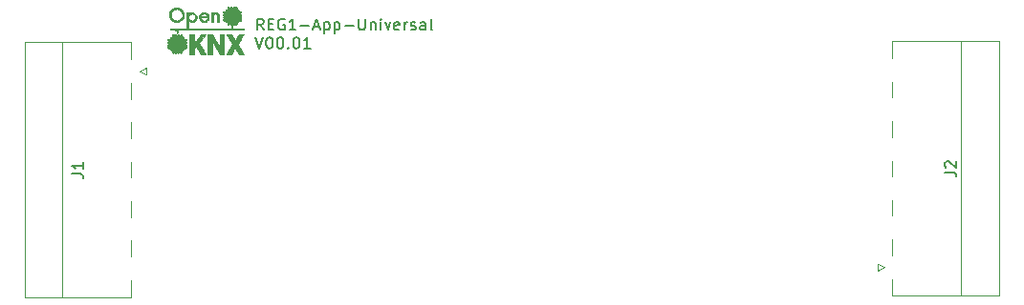
<source format=gbr>
G04 #@! TF.GenerationSoftware,KiCad,Pcbnew,(5.1.4)-1*
G04 #@! TF.CreationDate,2022-10-21T15:02:13+02:00*
G04 #@! TF.ProjectId,REG1-App-Universal,52454731-2d41-4707-902d-556e69766572,V00.01*
G04 #@! TF.SameCoordinates,Original*
G04 #@! TF.FileFunction,Legend,Top*
G04 #@! TF.FilePolarity,Positive*
%FSLAX46Y46*%
G04 Gerber Fmt 4.6, Leading zero omitted, Abs format (unit mm)*
G04 Created by KiCad (PCBNEW (5.1.4)-1) date 2022-10-21 15:02:13*
%MOMM*%
%LPD*%
G04 APERTURE LIST*
%ADD10C,0.150000*%
%ADD11C,0.010000*%
%ADD12C,0.120000*%
G04 APERTURE END LIST*
D10*
X89507023Y-94927380D02*
X89173690Y-94451190D01*
X88935595Y-94927380D02*
X88935595Y-93927380D01*
X89316547Y-93927380D01*
X89411785Y-93975000D01*
X89459404Y-94022619D01*
X89507023Y-94117857D01*
X89507023Y-94260714D01*
X89459404Y-94355952D01*
X89411785Y-94403571D01*
X89316547Y-94451190D01*
X88935595Y-94451190D01*
X89935595Y-94403571D02*
X90268928Y-94403571D01*
X90411785Y-94927380D02*
X89935595Y-94927380D01*
X89935595Y-93927380D01*
X90411785Y-93927380D01*
X91364166Y-93975000D02*
X91268928Y-93927380D01*
X91126071Y-93927380D01*
X90983214Y-93975000D01*
X90887976Y-94070238D01*
X90840357Y-94165476D01*
X90792738Y-94355952D01*
X90792738Y-94498809D01*
X90840357Y-94689285D01*
X90887976Y-94784523D01*
X90983214Y-94879761D01*
X91126071Y-94927380D01*
X91221309Y-94927380D01*
X91364166Y-94879761D01*
X91411785Y-94832142D01*
X91411785Y-94498809D01*
X91221309Y-94498809D01*
X92364166Y-94927380D02*
X91792738Y-94927380D01*
X92078452Y-94927380D02*
X92078452Y-93927380D01*
X91983214Y-94070238D01*
X91887976Y-94165476D01*
X91792738Y-94213095D01*
X92792738Y-94546428D02*
X93554642Y-94546428D01*
X93983214Y-94641666D02*
X94459404Y-94641666D01*
X93887976Y-94927380D02*
X94221309Y-93927380D01*
X94554642Y-94927380D01*
X94887976Y-94260714D02*
X94887976Y-95260714D01*
X94887976Y-94308333D02*
X94983214Y-94260714D01*
X95173690Y-94260714D01*
X95268928Y-94308333D01*
X95316547Y-94355952D01*
X95364166Y-94451190D01*
X95364166Y-94736904D01*
X95316547Y-94832142D01*
X95268928Y-94879761D01*
X95173690Y-94927380D01*
X94983214Y-94927380D01*
X94887976Y-94879761D01*
X95792738Y-94260714D02*
X95792738Y-95260714D01*
X95792738Y-94308333D02*
X95887976Y-94260714D01*
X96078452Y-94260714D01*
X96173690Y-94308333D01*
X96221309Y-94355952D01*
X96268928Y-94451190D01*
X96268928Y-94736904D01*
X96221309Y-94832142D01*
X96173690Y-94879761D01*
X96078452Y-94927380D01*
X95887976Y-94927380D01*
X95792738Y-94879761D01*
X96697500Y-94546428D02*
X97459404Y-94546428D01*
X97935595Y-93927380D02*
X97935595Y-94736904D01*
X97983214Y-94832142D01*
X98030833Y-94879761D01*
X98126071Y-94927380D01*
X98316547Y-94927380D01*
X98411785Y-94879761D01*
X98459404Y-94832142D01*
X98507023Y-94736904D01*
X98507023Y-93927380D01*
X98983214Y-94260714D02*
X98983214Y-94927380D01*
X98983214Y-94355952D02*
X99030833Y-94308333D01*
X99126071Y-94260714D01*
X99268928Y-94260714D01*
X99364166Y-94308333D01*
X99411785Y-94403571D01*
X99411785Y-94927380D01*
X99887976Y-94927380D02*
X99887976Y-94260714D01*
X99887976Y-93927380D02*
X99840357Y-93975000D01*
X99887976Y-94022619D01*
X99935595Y-93975000D01*
X99887976Y-93927380D01*
X99887976Y-94022619D01*
X100268928Y-94260714D02*
X100507023Y-94927380D01*
X100745119Y-94260714D01*
X101507023Y-94879761D02*
X101411785Y-94927380D01*
X101221309Y-94927380D01*
X101126071Y-94879761D01*
X101078452Y-94784523D01*
X101078452Y-94403571D01*
X101126071Y-94308333D01*
X101221309Y-94260714D01*
X101411785Y-94260714D01*
X101507023Y-94308333D01*
X101554642Y-94403571D01*
X101554642Y-94498809D01*
X101078452Y-94594047D01*
X101983214Y-94927380D02*
X101983214Y-94260714D01*
X101983214Y-94451190D02*
X102030833Y-94355952D01*
X102078452Y-94308333D01*
X102173690Y-94260714D01*
X102268928Y-94260714D01*
X102554642Y-94879761D02*
X102649880Y-94927380D01*
X102840357Y-94927380D01*
X102935595Y-94879761D01*
X102983214Y-94784523D01*
X102983214Y-94736904D01*
X102935595Y-94641666D01*
X102840357Y-94594047D01*
X102697500Y-94594047D01*
X102602261Y-94546428D01*
X102554642Y-94451190D01*
X102554642Y-94403571D01*
X102602261Y-94308333D01*
X102697500Y-94260714D01*
X102840357Y-94260714D01*
X102935595Y-94308333D01*
X103840357Y-94927380D02*
X103840357Y-94403571D01*
X103792738Y-94308333D01*
X103697500Y-94260714D01*
X103507023Y-94260714D01*
X103411785Y-94308333D01*
X103840357Y-94879761D02*
X103745119Y-94927380D01*
X103507023Y-94927380D01*
X103411785Y-94879761D01*
X103364166Y-94784523D01*
X103364166Y-94689285D01*
X103411785Y-94594047D01*
X103507023Y-94546428D01*
X103745119Y-94546428D01*
X103840357Y-94498809D01*
X104459404Y-94927380D02*
X104364166Y-94879761D01*
X104316547Y-94784523D01*
X104316547Y-93927380D01*
X88792738Y-95577380D02*
X89126071Y-96577380D01*
X89459404Y-95577380D01*
X89983214Y-95577380D02*
X90078452Y-95577380D01*
X90173690Y-95625000D01*
X90221309Y-95672619D01*
X90268928Y-95767857D01*
X90316547Y-95958333D01*
X90316547Y-96196428D01*
X90268928Y-96386904D01*
X90221309Y-96482142D01*
X90173690Y-96529761D01*
X90078452Y-96577380D01*
X89983214Y-96577380D01*
X89887976Y-96529761D01*
X89840357Y-96482142D01*
X89792738Y-96386904D01*
X89745119Y-96196428D01*
X89745119Y-95958333D01*
X89792738Y-95767857D01*
X89840357Y-95672619D01*
X89887976Y-95625000D01*
X89983214Y-95577380D01*
X90935595Y-95577380D02*
X91030833Y-95577380D01*
X91126071Y-95625000D01*
X91173690Y-95672619D01*
X91221309Y-95767857D01*
X91268928Y-95958333D01*
X91268928Y-96196428D01*
X91221309Y-96386904D01*
X91173690Y-96482142D01*
X91126071Y-96529761D01*
X91030833Y-96577380D01*
X90935595Y-96577380D01*
X90840357Y-96529761D01*
X90792738Y-96482142D01*
X90745119Y-96386904D01*
X90697500Y-96196428D01*
X90697500Y-95958333D01*
X90745119Y-95767857D01*
X90792738Y-95672619D01*
X90840357Y-95625000D01*
X90935595Y-95577380D01*
X91697500Y-96482142D02*
X91745119Y-96529761D01*
X91697500Y-96577380D01*
X91649880Y-96529761D01*
X91697500Y-96482142D01*
X91697500Y-96577380D01*
X92364166Y-95577380D02*
X92459404Y-95577380D01*
X92554642Y-95625000D01*
X92602261Y-95672619D01*
X92649880Y-95767857D01*
X92697500Y-95958333D01*
X92697500Y-96196428D01*
X92649880Y-96386904D01*
X92602261Y-96482142D01*
X92554642Y-96529761D01*
X92459404Y-96577380D01*
X92364166Y-96577380D01*
X92268928Y-96529761D01*
X92221309Y-96482142D01*
X92173690Y-96386904D01*
X92126071Y-96196428D01*
X92126071Y-95958333D01*
X92173690Y-95767857D01*
X92221309Y-95672619D01*
X92268928Y-95625000D01*
X92364166Y-95577380D01*
X93649880Y-96577380D02*
X93078452Y-96577380D01*
X93364166Y-96577380D02*
X93364166Y-95577380D01*
X93268928Y-95720238D01*
X93173690Y-95815476D01*
X93078452Y-95863095D01*
D11*
G36*
X85267732Y-93366770D02*
G01*
X85362945Y-93388676D01*
X85441100Y-93437311D01*
X85502493Y-93512880D01*
X85517236Y-93539925D01*
X85531809Y-93570347D01*
X85542513Y-93598208D01*
X85549945Y-93628979D01*
X85554700Y-93668130D01*
X85557375Y-93721131D01*
X85558565Y-93793453D01*
X85558868Y-93890567D01*
X85558875Y-93921991D01*
X85558875Y-94220500D01*
X85431875Y-94220500D01*
X85431786Y-93954593D01*
X85430793Y-93835083D01*
X85427366Y-93742652D01*
X85420703Y-93672673D01*
X85409998Y-93620517D01*
X85394447Y-93581556D01*
X85373248Y-93551162D01*
X85359182Y-93536696D01*
X85309802Y-93508684D01*
X85246176Y-93496458D01*
X85180781Y-93500363D01*
X85126098Y-93520741D01*
X85113850Y-93529937D01*
X85087147Y-93557432D01*
X85067126Y-93589001D01*
X85052865Y-93629452D01*
X85043447Y-93683594D01*
X85037950Y-93756236D01*
X85035454Y-93852188D01*
X85035000Y-93942177D01*
X85035000Y-94220500D01*
X84908000Y-94220500D01*
X84908000Y-93379125D01*
X84971500Y-93379125D01*
X85014871Y-93382716D01*
X85033252Y-93395102D01*
X85035000Y-93404260D01*
X85040875Y-93422884D01*
X85046906Y-93423267D01*
X85121305Y-93388566D01*
X85181700Y-93370210D01*
X85239354Y-93365319D01*
X85267732Y-93366770D01*
X85267732Y-93366770D01*
G37*
X85267732Y-93366770D02*
X85362945Y-93388676D01*
X85441100Y-93437311D01*
X85502493Y-93512880D01*
X85517236Y-93539925D01*
X85531809Y-93570347D01*
X85542513Y-93598208D01*
X85549945Y-93628979D01*
X85554700Y-93668130D01*
X85557375Y-93721131D01*
X85558565Y-93793453D01*
X85558868Y-93890567D01*
X85558875Y-93921991D01*
X85558875Y-94220500D01*
X85431875Y-94220500D01*
X85431786Y-93954593D01*
X85430793Y-93835083D01*
X85427366Y-93742652D01*
X85420703Y-93672673D01*
X85409998Y-93620517D01*
X85394447Y-93581556D01*
X85373248Y-93551162D01*
X85359182Y-93536696D01*
X85309802Y-93508684D01*
X85246176Y-93496458D01*
X85180781Y-93500363D01*
X85126098Y-93520741D01*
X85113850Y-93529937D01*
X85087147Y-93557432D01*
X85067126Y-93589001D01*
X85052865Y-93629452D01*
X85043447Y-93683594D01*
X85037950Y-93756236D01*
X85035454Y-93852188D01*
X85035000Y-93942177D01*
X85035000Y-94220500D01*
X84908000Y-94220500D01*
X84908000Y-93379125D01*
X84971500Y-93379125D01*
X85014871Y-93382716D01*
X85033252Y-93395102D01*
X85035000Y-93404260D01*
X85040875Y-93422884D01*
X85046906Y-93423267D01*
X85121305Y-93388566D01*
X85181700Y-93370210D01*
X85239354Y-93365319D01*
X85267732Y-93366770D01*
G36*
X84345469Y-93379191D02*
G01*
X84440416Y-93418298D01*
X84523894Y-93476748D01*
X84591215Y-93551938D01*
X84637692Y-93641259D01*
X84658635Y-93742106D01*
X84658995Y-93748860D01*
X84661937Y-93815687D01*
X84290918Y-93819953D01*
X83919900Y-93824219D01*
X83930146Y-93875451D01*
X83953463Y-93933560D01*
X83996337Y-93994414D01*
X84049913Y-94046590D01*
X84077624Y-94065667D01*
X84124022Y-94085473D01*
X84181330Y-94100666D01*
X84197301Y-94103314D01*
X84274039Y-94100889D01*
X84353013Y-94077029D01*
X84423650Y-94036505D01*
X84475379Y-93984088D01*
X84480966Y-93975304D01*
X84505822Y-93939280D01*
X84532444Y-93923031D01*
X84574687Y-93918917D01*
X84583304Y-93918875D01*
X84652348Y-93918875D01*
X84634363Y-93970468D01*
X84603897Y-94025491D01*
X84553072Y-94085349D01*
X84490543Y-94141989D01*
X84424967Y-94187357D01*
X84377193Y-94209763D01*
X84274544Y-94232030D01*
X84171650Y-94231592D01*
X84096506Y-94214458D01*
X83984953Y-94160412D01*
X83898693Y-94087483D01*
X83838364Y-93996559D01*
X83804601Y-93888529D01*
X83797098Y-93796353D01*
X83809275Y-93696625D01*
X83938809Y-93696625D01*
X84224967Y-93696625D01*
X84316317Y-93695914D01*
X84395606Y-93693938D01*
X84457829Y-93690936D01*
X84497980Y-93687142D01*
X84511125Y-93683097D01*
X84499069Y-93650271D01*
X84467995Y-93608625D01*
X84425544Y-93566584D01*
X84379355Y-93532576D01*
X84369721Y-93527151D01*
X84281578Y-93497238D01*
X84190897Y-93495472D01*
X84104256Y-93519826D01*
X84028237Y-93568271D01*
X83969416Y-93638780D01*
X83961521Y-93652968D01*
X83938809Y-93696625D01*
X83809275Y-93696625D01*
X83811682Y-93676913D01*
X83853922Y-93572472D01*
X83922779Y-93484718D01*
X84017214Y-93415338D01*
X84038699Y-93404005D01*
X84139923Y-93369439D01*
X84243742Y-93362036D01*
X84345469Y-93379191D01*
X84345469Y-93379191D01*
G37*
X84345469Y-93379191D02*
X84440416Y-93418298D01*
X84523894Y-93476748D01*
X84591215Y-93551938D01*
X84637692Y-93641259D01*
X84658635Y-93742106D01*
X84658995Y-93748860D01*
X84661937Y-93815687D01*
X84290918Y-93819953D01*
X83919900Y-93824219D01*
X83930146Y-93875451D01*
X83953463Y-93933560D01*
X83996337Y-93994414D01*
X84049913Y-94046590D01*
X84077624Y-94065667D01*
X84124022Y-94085473D01*
X84181330Y-94100666D01*
X84197301Y-94103314D01*
X84274039Y-94100889D01*
X84353013Y-94077029D01*
X84423650Y-94036505D01*
X84475379Y-93984088D01*
X84480966Y-93975304D01*
X84505822Y-93939280D01*
X84532444Y-93923031D01*
X84574687Y-93918917D01*
X84583304Y-93918875D01*
X84652348Y-93918875D01*
X84634363Y-93970468D01*
X84603897Y-94025491D01*
X84553072Y-94085349D01*
X84490543Y-94141989D01*
X84424967Y-94187357D01*
X84377193Y-94209763D01*
X84274544Y-94232030D01*
X84171650Y-94231592D01*
X84096506Y-94214458D01*
X83984953Y-94160412D01*
X83898693Y-94087483D01*
X83838364Y-93996559D01*
X83804601Y-93888529D01*
X83797098Y-93796353D01*
X83809275Y-93696625D01*
X83938809Y-93696625D01*
X84224967Y-93696625D01*
X84316317Y-93695914D01*
X84395606Y-93693938D01*
X84457829Y-93690936D01*
X84497980Y-93687142D01*
X84511125Y-93683097D01*
X84499069Y-93650271D01*
X84467995Y-93608625D01*
X84425544Y-93566584D01*
X84379355Y-93532576D01*
X84369721Y-93527151D01*
X84281578Y-93497238D01*
X84190897Y-93495472D01*
X84104256Y-93519826D01*
X84028237Y-93568271D01*
X83969416Y-93638780D01*
X83961521Y-93652968D01*
X83938809Y-93696625D01*
X83809275Y-93696625D01*
X83811682Y-93676913D01*
X83853922Y-93572472D01*
X83922779Y-93484718D01*
X84017214Y-93415338D01*
X84038699Y-93404005D01*
X84139923Y-93369439D01*
X84243742Y-93362036D01*
X84345469Y-93379191D01*
G36*
X81889104Y-92942612D02*
G01*
X82006698Y-92968292D01*
X82118405Y-93016615D01*
X82220699Y-93088130D01*
X82310052Y-93183387D01*
X82379551Y-93295994D01*
X82406391Y-93351861D01*
X82423717Y-93395486D01*
X82433606Y-93436920D01*
X82438137Y-93486211D01*
X82439389Y-93553407D01*
X82439437Y-93585499D01*
X82438883Y-93662067D01*
X82435834Y-93716937D01*
X82428212Y-93760156D01*
X82413938Y-93801773D01*
X82390933Y-93851838D01*
X82379551Y-93875005D01*
X82303770Y-93994384D01*
X82207212Y-94092000D01*
X82093835Y-94165994D01*
X81967596Y-94214508D01*
X81832456Y-94235682D01*
X81692370Y-94227658D01*
X81647556Y-94218717D01*
X81523586Y-94174146D01*
X81412490Y-94104165D01*
X81317232Y-94013223D01*
X81240777Y-93905772D01*
X81186089Y-93786262D01*
X81156133Y-93659141D01*
X81154205Y-93547959D01*
X81288916Y-93547959D01*
X81293866Y-93664732D01*
X81320779Y-93765833D01*
X81375777Y-93870768D01*
X81454007Y-93960863D01*
X81549687Y-94031449D01*
X81657035Y-94077857D01*
X81724903Y-94092187D01*
X81811203Y-94095607D01*
X81902152Y-94086789D01*
X81984180Y-94067582D01*
X82024461Y-94051342D01*
X82126510Y-93983421D01*
X82209078Y-93895740D01*
X82269798Y-93793450D01*
X82306299Y-93681699D01*
X82316213Y-93565638D01*
X82298634Y-93455342D01*
X82252475Y-93344776D01*
X82184341Y-93246813D01*
X82099394Y-93166845D01*
X82002797Y-93110265D01*
X81951086Y-93092253D01*
X81827458Y-93073448D01*
X81709638Y-93082559D01*
X81600559Y-93116451D01*
X81503153Y-93171992D01*
X81420353Y-93246048D01*
X81355092Y-93335483D01*
X81310302Y-93437165D01*
X81288916Y-93547959D01*
X81154205Y-93547959D01*
X81153873Y-93528862D01*
X81159650Y-93486281D01*
X81197372Y-93350627D01*
X81257422Y-93233214D01*
X81336273Y-93134592D01*
X81430398Y-93055313D01*
X81536271Y-92995925D01*
X81650364Y-92956978D01*
X81769151Y-92939024D01*
X81889104Y-92942612D01*
X81889104Y-92942612D01*
G37*
X81889104Y-92942612D02*
X82006698Y-92968292D01*
X82118405Y-93016615D01*
X82220699Y-93088130D01*
X82310052Y-93183387D01*
X82379551Y-93295994D01*
X82406391Y-93351861D01*
X82423717Y-93395486D01*
X82433606Y-93436920D01*
X82438137Y-93486211D01*
X82439389Y-93553407D01*
X82439437Y-93585499D01*
X82438883Y-93662067D01*
X82435834Y-93716937D01*
X82428212Y-93760156D01*
X82413938Y-93801773D01*
X82390933Y-93851838D01*
X82379551Y-93875005D01*
X82303770Y-93994384D01*
X82207212Y-94092000D01*
X82093835Y-94165994D01*
X81967596Y-94214508D01*
X81832456Y-94235682D01*
X81692370Y-94227658D01*
X81647556Y-94218717D01*
X81523586Y-94174146D01*
X81412490Y-94104165D01*
X81317232Y-94013223D01*
X81240777Y-93905772D01*
X81186089Y-93786262D01*
X81156133Y-93659141D01*
X81154205Y-93547959D01*
X81288916Y-93547959D01*
X81293866Y-93664732D01*
X81320779Y-93765833D01*
X81375777Y-93870768D01*
X81454007Y-93960863D01*
X81549687Y-94031449D01*
X81657035Y-94077857D01*
X81724903Y-94092187D01*
X81811203Y-94095607D01*
X81902152Y-94086789D01*
X81984180Y-94067582D01*
X82024461Y-94051342D01*
X82126510Y-93983421D01*
X82209078Y-93895740D01*
X82269798Y-93793450D01*
X82306299Y-93681699D01*
X82316213Y-93565638D01*
X82298634Y-93455342D01*
X82252475Y-93344776D01*
X82184341Y-93246813D01*
X82099394Y-93166845D01*
X82002797Y-93110265D01*
X81951086Y-93092253D01*
X81827458Y-93073448D01*
X81709638Y-93082559D01*
X81600559Y-93116451D01*
X81503153Y-93171992D01*
X81420353Y-93246048D01*
X81355092Y-93335483D01*
X81310302Y-93437165D01*
X81288916Y-93547959D01*
X81154205Y-93547959D01*
X81153873Y-93528862D01*
X81159650Y-93486281D01*
X81197372Y-93350627D01*
X81257422Y-93233214D01*
X81336273Y-93134592D01*
X81430398Y-93055313D01*
X81536271Y-92995925D01*
X81650364Y-92956978D01*
X81769151Y-92939024D01*
X81889104Y-92942612D01*
G36*
X86874876Y-92880025D02*
G01*
X86897624Y-92909429D01*
X86907424Y-92963388D01*
X86908250Y-92993362D01*
X86909373Y-93042223D01*
X86915228Y-93067255D01*
X86929545Y-93076363D01*
X86947937Y-93077500D01*
X86972297Y-93074595D01*
X86983924Y-93060246D01*
X86987447Y-93025999D01*
X86987625Y-93005018D01*
X86994428Y-92933559D01*
X87014367Y-92888466D01*
X87046732Y-92871255D01*
X87050385Y-92871125D01*
X87092797Y-92875359D01*
X87117168Y-92892370D01*
X87128169Y-92928618D01*
X87130500Y-92981964D01*
X87131330Y-93033599D01*
X87136653Y-93061982D01*
X87150712Y-93075609D01*
X87177754Y-93082978D01*
X87181330Y-93083697D01*
X87247071Y-93111810D01*
X87293947Y-93163026D01*
X87315391Y-93223424D01*
X87325057Y-93283875D01*
X87407166Y-93283875D01*
X87471723Y-93289275D01*
X87510100Y-93307041D01*
X87526245Y-93339518D01*
X87527375Y-93355312D01*
X87518474Y-93393376D01*
X87489070Y-93416124D01*
X87435111Y-93425924D01*
X87405137Y-93426750D01*
X87356276Y-93427873D01*
X87331244Y-93433728D01*
X87322136Y-93448045D01*
X87321000Y-93466437D01*
X87323904Y-93490797D01*
X87338253Y-93502424D01*
X87372500Y-93505947D01*
X87393481Y-93506125D01*
X87465790Y-93513000D01*
X87510112Y-93533860D01*
X87527131Y-93569058D01*
X87527375Y-93574946D01*
X87519017Y-93614158D01*
X87491042Y-93637607D01*
X87439095Y-93647931D01*
X87405137Y-93649000D01*
X87356276Y-93650123D01*
X87331244Y-93655978D01*
X87322136Y-93670295D01*
X87321000Y-93688687D01*
X87323381Y-93711735D01*
X87335795Y-93723542D01*
X87366147Y-93727839D01*
X87405137Y-93728375D01*
X87470268Y-93733576D01*
X87509193Y-93750760D01*
X87525962Y-93782294D01*
X87527375Y-93799812D01*
X87518474Y-93837876D01*
X87489070Y-93860624D01*
X87435111Y-93870424D01*
X87405137Y-93871250D01*
X87356213Y-93872446D01*
X87331145Y-93878387D01*
X87322062Y-93892602D01*
X87321000Y-93908971D01*
X87324003Y-93930773D01*
X87338090Y-93943248D01*
X87370874Y-93950262D01*
X87409773Y-93954055D01*
X87471929Y-93963538D01*
X87508341Y-93982028D01*
X87524648Y-94013718D01*
X87527131Y-94041347D01*
X87513516Y-94078343D01*
X87471918Y-94100964D01*
X87402125Y-94109319D01*
X87394550Y-94109375D01*
X87348520Y-94111929D01*
X87324344Y-94122394D01*
X87312343Y-94144974D01*
X87312307Y-94145093D01*
X87279569Y-94203612D01*
X87226631Y-94246314D01*
X87183523Y-94261711D01*
X87153579Y-94268698D01*
X87137772Y-94280899D01*
X87131584Y-94306855D01*
X87130501Y-94355105D01*
X87130500Y-94361966D01*
X87125492Y-94429947D01*
X87109277Y-94471114D01*
X87080066Y-94488971D01*
X87064958Y-94490375D01*
X87023548Y-94476586D01*
X86997825Y-94435211D01*
X86987780Y-94366238D01*
X86987625Y-94354303D01*
X86986562Y-94304704D01*
X86980976Y-94279024D01*
X86967265Y-94269446D01*
X86947937Y-94268125D01*
X86925657Y-94270235D01*
X86913794Y-94281619D01*
X86909080Y-94309853D01*
X86908250Y-94360200D01*
X86903395Y-94428647D01*
X86887622Y-94470279D01*
X86859118Y-94488696D01*
X86842708Y-94490375D01*
X86801298Y-94476586D01*
X86775575Y-94435211D01*
X86765530Y-94366238D01*
X86765375Y-94354303D01*
X86764312Y-94304704D01*
X86758726Y-94279024D01*
X86745015Y-94269446D01*
X86725687Y-94268125D01*
X86703721Y-94270132D01*
X86691845Y-94281115D01*
X86686968Y-94308516D01*
X86686001Y-94359779D01*
X86686000Y-94363715D01*
X86684735Y-94417807D01*
X86678778Y-94449235D01*
X86664889Y-94467049D01*
X86645079Y-94477950D01*
X86602403Y-94489351D01*
X86573037Y-94476557D01*
X86555057Y-94437378D01*
X86546536Y-94369626D01*
X86546336Y-94365693D01*
X86542815Y-94312041D01*
X86536682Y-94282791D01*
X86524649Y-94270600D01*
X86503432Y-94268125D01*
X86502679Y-94268125D01*
X86480133Y-94270584D01*
X86468539Y-94283204D01*
X86464288Y-94313847D01*
X86463750Y-94352977D01*
X86459648Y-94413341D01*
X86445906Y-94451098D01*
X86434718Y-94464102D01*
X86392689Y-94487953D01*
X86354583Y-94480374D01*
X86329712Y-94455092D01*
X86314255Y-94417027D01*
X86305664Y-94364484D01*
X86305000Y-94346480D01*
X86303428Y-94301244D01*
X86293885Y-94276974D01*
X86269124Y-94262896D01*
X86243252Y-94254650D01*
X86189209Y-94227416D01*
X86148974Y-94186433D01*
X86130714Y-94140448D01*
X86130375Y-94133746D01*
X86122407Y-94118520D01*
X86094367Y-94111049D01*
X86051000Y-94109375D01*
X85989154Y-94101277D01*
X85940483Y-94079687D01*
X85912280Y-94048656D01*
X85908125Y-94030000D01*
X85922712Y-93995530D01*
X85961722Y-93968529D01*
X86018022Y-93952928D01*
X86052104Y-93950625D01*
X86099407Y-93949409D01*
X86122454Y-93943405D01*
X86128716Y-93929073D01*
X86127510Y-93914906D01*
X86120993Y-93894353D01*
X86103581Y-93882763D01*
X86067344Y-93876800D01*
X86031292Y-93874430D01*
X85975140Y-93869035D01*
X85942179Y-93858300D01*
X85923948Y-93839349D01*
X85923008Y-93837647D01*
X85914825Y-93804763D01*
X85930220Y-93768466D01*
X85931175Y-93766997D01*
X85950695Y-93744193D01*
X85977387Y-93732565D01*
X86021558Y-93728602D01*
X86044532Y-93728375D01*
X86094630Y-93727368D01*
X86120215Y-93722278D01*
X86128507Y-93709993D01*
X86127510Y-93692656D01*
X86120993Y-93672103D01*
X86103581Y-93660513D01*
X86067344Y-93654550D01*
X86031292Y-93652180D01*
X85975140Y-93646785D01*
X85942179Y-93636050D01*
X85923948Y-93617099D01*
X85923008Y-93615397D01*
X85914825Y-93582513D01*
X85930220Y-93546216D01*
X85931175Y-93544747D01*
X85950882Y-93521806D01*
X85977895Y-93510188D01*
X86022618Y-93506314D01*
X86043428Y-93506125D01*
X86093303Y-93505084D01*
X86119225Y-93499594D01*
X86128980Y-93486101D01*
X86130375Y-93466437D01*
X86127947Y-93443298D01*
X86115371Y-93431461D01*
X86084709Y-93427123D01*
X86047031Y-93426506D01*
X85975934Y-93420383D01*
X85932962Y-93401604D01*
X85916566Y-93368805D01*
X85925194Y-93320622D01*
X85925574Y-93319593D01*
X85936683Y-93299518D01*
X85956596Y-93288737D01*
X85993795Y-93284472D01*
X86034613Y-93283875D01*
X86130375Y-93283875D01*
X86130375Y-93230630D01*
X86144893Y-93172413D01*
X86183097Y-93122009D01*
X86236959Y-93088775D01*
X86256896Y-93083152D01*
X86285902Y-93074997D01*
X86300046Y-93059505D01*
X86304631Y-93027207D01*
X86305000Y-92997274D01*
X86313508Y-92929589D01*
X86339442Y-92887954D01*
X86383420Y-92871485D01*
X86392887Y-92871125D01*
X86430783Y-92883654D01*
X86454073Y-92922149D01*
X86463473Y-92987963D01*
X86463750Y-93005018D01*
X86465765Y-93050058D01*
X86474161Y-93071521D01*
X86492461Y-93077450D01*
X86495500Y-93077500D01*
X86514650Y-93073257D01*
X86524136Y-93055302D01*
X86527137Y-93015793D01*
X86527250Y-92999258D01*
X86535413Y-92930997D01*
X86560474Y-92888890D01*
X86603285Y-92871690D01*
X86615137Y-92871125D01*
X86653033Y-92883654D01*
X86676323Y-92922149D01*
X86685723Y-92987963D01*
X86686000Y-93005018D01*
X86687590Y-93049507D01*
X86695447Y-93070741D01*
X86714199Y-93077176D01*
X86725687Y-93077500D01*
X86748735Y-93075118D01*
X86760542Y-93062704D01*
X86764839Y-93032352D01*
X86765375Y-92993362D01*
X86770576Y-92928231D01*
X86787760Y-92889306D01*
X86819294Y-92872537D01*
X86836812Y-92871124D01*
X86874876Y-92880025D01*
X86874876Y-92880025D01*
G37*
X86874876Y-92880025D02*
X86897624Y-92909429D01*
X86907424Y-92963388D01*
X86908250Y-92993362D01*
X86909373Y-93042223D01*
X86915228Y-93067255D01*
X86929545Y-93076363D01*
X86947937Y-93077500D01*
X86972297Y-93074595D01*
X86983924Y-93060246D01*
X86987447Y-93025999D01*
X86987625Y-93005018D01*
X86994428Y-92933559D01*
X87014367Y-92888466D01*
X87046732Y-92871255D01*
X87050385Y-92871125D01*
X87092797Y-92875359D01*
X87117168Y-92892370D01*
X87128169Y-92928618D01*
X87130500Y-92981964D01*
X87131330Y-93033599D01*
X87136653Y-93061982D01*
X87150712Y-93075609D01*
X87177754Y-93082978D01*
X87181330Y-93083697D01*
X87247071Y-93111810D01*
X87293947Y-93163026D01*
X87315391Y-93223424D01*
X87325057Y-93283875D01*
X87407166Y-93283875D01*
X87471723Y-93289275D01*
X87510100Y-93307041D01*
X87526245Y-93339518D01*
X87527375Y-93355312D01*
X87518474Y-93393376D01*
X87489070Y-93416124D01*
X87435111Y-93425924D01*
X87405137Y-93426750D01*
X87356276Y-93427873D01*
X87331244Y-93433728D01*
X87322136Y-93448045D01*
X87321000Y-93466437D01*
X87323904Y-93490797D01*
X87338253Y-93502424D01*
X87372500Y-93505947D01*
X87393481Y-93506125D01*
X87465790Y-93513000D01*
X87510112Y-93533860D01*
X87527131Y-93569058D01*
X87527375Y-93574946D01*
X87519017Y-93614158D01*
X87491042Y-93637607D01*
X87439095Y-93647931D01*
X87405137Y-93649000D01*
X87356276Y-93650123D01*
X87331244Y-93655978D01*
X87322136Y-93670295D01*
X87321000Y-93688687D01*
X87323381Y-93711735D01*
X87335795Y-93723542D01*
X87366147Y-93727839D01*
X87405137Y-93728375D01*
X87470268Y-93733576D01*
X87509193Y-93750760D01*
X87525962Y-93782294D01*
X87527375Y-93799812D01*
X87518474Y-93837876D01*
X87489070Y-93860624D01*
X87435111Y-93870424D01*
X87405137Y-93871250D01*
X87356213Y-93872446D01*
X87331145Y-93878387D01*
X87322062Y-93892602D01*
X87321000Y-93908971D01*
X87324003Y-93930773D01*
X87338090Y-93943248D01*
X87370874Y-93950262D01*
X87409773Y-93954055D01*
X87471929Y-93963538D01*
X87508341Y-93982028D01*
X87524648Y-94013718D01*
X87527131Y-94041347D01*
X87513516Y-94078343D01*
X87471918Y-94100964D01*
X87402125Y-94109319D01*
X87394550Y-94109375D01*
X87348520Y-94111929D01*
X87324344Y-94122394D01*
X87312343Y-94144974D01*
X87312307Y-94145093D01*
X87279569Y-94203612D01*
X87226631Y-94246314D01*
X87183523Y-94261711D01*
X87153579Y-94268698D01*
X87137772Y-94280899D01*
X87131584Y-94306855D01*
X87130501Y-94355105D01*
X87130500Y-94361966D01*
X87125492Y-94429947D01*
X87109277Y-94471114D01*
X87080066Y-94488971D01*
X87064958Y-94490375D01*
X87023548Y-94476586D01*
X86997825Y-94435211D01*
X86987780Y-94366238D01*
X86987625Y-94354303D01*
X86986562Y-94304704D01*
X86980976Y-94279024D01*
X86967265Y-94269446D01*
X86947937Y-94268125D01*
X86925657Y-94270235D01*
X86913794Y-94281619D01*
X86909080Y-94309853D01*
X86908250Y-94360200D01*
X86903395Y-94428647D01*
X86887622Y-94470279D01*
X86859118Y-94488696D01*
X86842708Y-94490375D01*
X86801298Y-94476586D01*
X86775575Y-94435211D01*
X86765530Y-94366238D01*
X86765375Y-94354303D01*
X86764312Y-94304704D01*
X86758726Y-94279024D01*
X86745015Y-94269446D01*
X86725687Y-94268125D01*
X86703721Y-94270132D01*
X86691845Y-94281115D01*
X86686968Y-94308516D01*
X86686001Y-94359779D01*
X86686000Y-94363715D01*
X86684735Y-94417807D01*
X86678778Y-94449235D01*
X86664889Y-94467049D01*
X86645079Y-94477950D01*
X86602403Y-94489351D01*
X86573037Y-94476557D01*
X86555057Y-94437378D01*
X86546536Y-94369626D01*
X86546336Y-94365693D01*
X86542815Y-94312041D01*
X86536682Y-94282791D01*
X86524649Y-94270600D01*
X86503432Y-94268125D01*
X86502679Y-94268125D01*
X86480133Y-94270584D01*
X86468539Y-94283204D01*
X86464288Y-94313847D01*
X86463750Y-94352977D01*
X86459648Y-94413341D01*
X86445906Y-94451098D01*
X86434718Y-94464102D01*
X86392689Y-94487953D01*
X86354583Y-94480374D01*
X86329712Y-94455092D01*
X86314255Y-94417027D01*
X86305664Y-94364484D01*
X86305000Y-94346480D01*
X86303428Y-94301244D01*
X86293885Y-94276974D01*
X86269124Y-94262896D01*
X86243252Y-94254650D01*
X86189209Y-94227416D01*
X86148974Y-94186433D01*
X86130714Y-94140448D01*
X86130375Y-94133746D01*
X86122407Y-94118520D01*
X86094367Y-94111049D01*
X86051000Y-94109375D01*
X85989154Y-94101277D01*
X85940483Y-94079687D01*
X85912280Y-94048656D01*
X85908125Y-94030000D01*
X85922712Y-93995530D01*
X85961722Y-93968529D01*
X86018022Y-93952928D01*
X86052104Y-93950625D01*
X86099407Y-93949409D01*
X86122454Y-93943405D01*
X86128716Y-93929073D01*
X86127510Y-93914906D01*
X86120993Y-93894353D01*
X86103581Y-93882763D01*
X86067344Y-93876800D01*
X86031292Y-93874430D01*
X85975140Y-93869035D01*
X85942179Y-93858300D01*
X85923948Y-93839349D01*
X85923008Y-93837647D01*
X85914825Y-93804763D01*
X85930220Y-93768466D01*
X85931175Y-93766997D01*
X85950695Y-93744193D01*
X85977387Y-93732565D01*
X86021558Y-93728602D01*
X86044532Y-93728375D01*
X86094630Y-93727368D01*
X86120215Y-93722278D01*
X86128507Y-93709993D01*
X86127510Y-93692656D01*
X86120993Y-93672103D01*
X86103581Y-93660513D01*
X86067344Y-93654550D01*
X86031292Y-93652180D01*
X85975140Y-93646785D01*
X85942179Y-93636050D01*
X85923948Y-93617099D01*
X85923008Y-93615397D01*
X85914825Y-93582513D01*
X85930220Y-93546216D01*
X85931175Y-93544747D01*
X85950882Y-93521806D01*
X85977895Y-93510188D01*
X86022618Y-93506314D01*
X86043428Y-93506125D01*
X86093303Y-93505084D01*
X86119225Y-93499594D01*
X86128980Y-93486101D01*
X86130375Y-93466437D01*
X86127947Y-93443298D01*
X86115371Y-93431461D01*
X86084709Y-93427123D01*
X86047031Y-93426506D01*
X85975934Y-93420383D01*
X85932962Y-93401604D01*
X85916566Y-93368805D01*
X85925194Y-93320622D01*
X85925574Y-93319593D01*
X85936683Y-93299518D01*
X85956596Y-93288737D01*
X85993795Y-93284472D01*
X86034613Y-93283875D01*
X86130375Y-93283875D01*
X86130375Y-93230630D01*
X86144893Y-93172413D01*
X86183097Y-93122009D01*
X86236959Y-93088775D01*
X86256896Y-93083152D01*
X86285902Y-93074997D01*
X86300046Y-93059505D01*
X86304631Y-93027207D01*
X86305000Y-92997274D01*
X86313508Y-92929589D01*
X86339442Y-92887954D01*
X86383420Y-92871485D01*
X86392887Y-92871125D01*
X86430783Y-92883654D01*
X86454073Y-92922149D01*
X86463473Y-92987963D01*
X86463750Y-93005018D01*
X86465765Y-93050058D01*
X86474161Y-93071521D01*
X86492461Y-93077450D01*
X86495500Y-93077500D01*
X86514650Y-93073257D01*
X86524136Y-93055302D01*
X86527137Y-93015793D01*
X86527250Y-92999258D01*
X86535413Y-92930997D01*
X86560474Y-92888890D01*
X86603285Y-92871690D01*
X86615137Y-92871125D01*
X86653033Y-92883654D01*
X86676323Y-92922149D01*
X86685723Y-92987963D01*
X86686000Y-93005018D01*
X86687590Y-93049507D01*
X86695447Y-93070741D01*
X86714199Y-93077176D01*
X86725687Y-93077500D01*
X86748735Y-93075118D01*
X86760542Y-93062704D01*
X86764839Y-93032352D01*
X86765375Y-92993362D01*
X86770576Y-92928231D01*
X86787760Y-92889306D01*
X86819294Y-92872537D01*
X86836812Y-92871124D01*
X86874876Y-92880025D01*
G36*
X83300689Y-93385072D02*
G01*
X83397845Y-93433439D01*
X83481768Y-93505635D01*
X83547726Y-93599810D01*
X83562549Y-93630363D01*
X83582612Y-93703852D01*
X83588695Y-93792867D01*
X83581209Y-93884634D01*
X83560563Y-93966378D01*
X83551029Y-93988779D01*
X83488760Y-94083300D01*
X83407272Y-94156032D01*
X83311696Y-94205553D01*
X83207166Y-94230445D01*
X83098815Y-94229288D01*
X82991776Y-94200663D01*
X82919996Y-94163277D01*
X82882416Y-94140229D01*
X82857094Y-94126721D01*
X82852527Y-94125250D01*
X82849950Y-94140312D01*
X82847699Y-94182247D01*
X82845910Y-94246181D01*
X82844716Y-94327237D01*
X82844251Y-94420539D01*
X82844250Y-94426875D01*
X82844250Y-94728500D01*
X82717250Y-94728500D01*
X82717250Y-93817213D01*
X82851561Y-93817213D01*
X82871007Y-93904820D01*
X82915750Y-93983141D01*
X82982579Y-94046763D01*
X83068288Y-94090272D01*
X83078629Y-94093568D01*
X83140345Y-94106391D01*
X83199586Y-94103254D01*
X83245527Y-94092545D01*
X83325240Y-94055489D01*
X83388677Y-93996903D01*
X83433718Y-93923058D01*
X83458241Y-93840228D01*
X83460122Y-93754686D01*
X83437240Y-93672704D01*
X83405193Y-93620593D01*
X83333289Y-93551848D01*
X83252006Y-93509713D01*
X83166446Y-93493203D01*
X83081711Y-93501333D01*
X83002905Y-93533118D01*
X82935129Y-93587572D01*
X82883486Y-93663711D01*
X82860618Y-93725734D01*
X82851561Y-93817213D01*
X82717250Y-93817213D01*
X82717250Y-93379125D01*
X82780750Y-93379125D01*
X82821466Y-93381005D01*
X82839566Y-93391197D01*
X82844149Y-93416523D01*
X82844250Y-93426750D01*
X82850267Y-93462996D01*
X82865290Y-93474250D01*
X82884771Y-93457149D01*
X82884945Y-93456868D01*
X82904496Y-93440890D01*
X82943417Y-93418238D01*
X82977164Y-93401461D01*
X83085615Y-93367232D01*
X83195035Y-93362386D01*
X83300689Y-93385072D01*
X83300689Y-93385072D01*
G37*
X83300689Y-93385072D02*
X83397845Y-93433439D01*
X83481768Y-93505635D01*
X83547726Y-93599810D01*
X83562549Y-93630363D01*
X83582612Y-93703852D01*
X83588695Y-93792867D01*
X83581209Y-93884634D01*
X83560563Y-93966378D01*
X83551029Y-93988779D01*
X83488760Y-94083300D01*
X83407272Y-94156032D01*
X83311696Y-94205553D01*
X83207166Y-94230445D01*
X83098815Y-94229288D01*
X82991776Y-94200663D01*
X82919996Y-94163277D01*
X82882416Y-94140229D01*
X82857094Y-94126721D01*
X82852527Y-94125250D01*
X82849950Y-94140312D01*
X82847699Y-94182247D01*
X82845910Y-94246181D01*
X82844716Y-94327237D01*
X82844251Y-94420539D01*
X82844250Y-94426875D01*
X82844250Y-94728500D01*
X82717250Y-94728500D01*
X82717250Y-93817213D01*
X82851561Y-93817213D01*
X82871007Y-93904820D01*
X82915750Y-93983141D01*
X82982579Y-94046763D01*
X83068288Y-94090272D01*
X83078629Y-94093568D01*
X83140345Y-94106391D01*
X83199586Y-94103254D01*
X83245527Y-94092545D01*
X83325240Y-94055489D01*
X83388677Y-93996903D01*
X83433718Y-93923058D01*
X83458241Y-93840228D01*
X83460122Y-93754686D01*
X83437240Y-93672704D01*
X83405193Y-93620593D01*
X83333289Y-93551848D01*
X83252006Y-93509713D01*
X83166446Y-93493203D01*
X83081711Y-93501333D01*
X83002905Y-93533118D01*
X82935129Y-93587572D01*
X82883486Y-93663711D01*
X82860618Y-93725734D01*
X82851561Y-93817213D01*
X82717250Y-93817213D01*
X82717250Y-93379125D01*
X82780750Y-93379125D01*
X82821466Y-93381005D01*
X82839566Y-93391197D01*
X82844149Y-93416523D01*
X82844250Y-93426750D01*
X82850267Y-93462996D01*
X82865290Y-93474250D01*
X82884771Y-93457149D01*
X82884945Y-93456868D01*
X82904496Y-93440890D01*
X82943417Y-93418238D01*
X82977164Y-93401461D01*
X83085615Y-93367232D01*
X83195035Y-93362386D01*
X83300689Y-93385072D01*
G36*
X86741854Y-94548961D02*
G01*
X86751882Y-94562329D01*
X86757676Y-94592489D01*
X86761143Y-94645887D01*
X86762074Y-94668968D01*
X86766710Y-94792000D01*
X87254992Y-94792000D01*
X87404875Y-94792372D01*
X87525263Y-94793547D01*
X87618405Y-94795607D01*
X87686548Y-94798638D01*
X87731941Y-94802724D01*
X87756832Y-94807950D01*
X87762324Y-94811049D01*
X87779348Y-94847316D01*
X87776814Y-94890342D01*
X87762324Y-94915825D01*
X87752950Y-94918272D01*
X87729212Y-94920519D01*
X87690043Y-94922572D01*
X87634373Y-94924439D01*
X87561136Y-94926126D01*
X87469260Y-94927640D01*
X87357680Y-94928988D01*
X87225324Y-94930178D01*
X87071126Y-94931215D01*
X86894015Y-94932107D01*
X86692925Y-94932862D01*
X86466785Y-94933484D01*
X86214528Y-94933983D01*
X85935085Y-94934364D01*
X85627387Y-94934634D01*
X85290366Y-94934801D01*
X84922953Y-94934871D01*
X84818130Y-94934875D01*
X81892986Y-94934875D01*
X81888399Y-95073781D01*
X81885622Y-95140629D01*
X81881511Y-95182121D01*
X81874304Y-95204646D01*
X81862239Y-95214594D01*
X81848726Y-95217677D01*
X81831916Y-95218322D01*
X81821265Y-95210488D01*
X81815031Y-95188255D01*
X81811472Y-95145702D01*
X81809039Y-95082739D01*
X81804437Y-94942812D01*
X81535711Y-94938447D01*
X81430061Y-94935705D01*
X81345068Y-94931379D01*
X81284072Y-94925721D01*
X81250417Y-94918982D01*
X81245992Y-94916659D01*
X81227919Y-94883944D01*
X81228050Y-94842193D01*
X81244049Y-94811050D01*
X81253556Y-94808510D01*
X81277514Y-94806187D01*
X81317031Y-94804072D01*
X81373218Y-94802158D01*
X81447181Y-94800437D01*
X81540030Y-94798900D01*
X81652872Y-94797541D01*
X81786816Y-94796352D01*
X81942971Y-94795325D01*
X82122445Y-94794452D01*
X82326346Y-94793725D01*
X82555783Y-94793137D01*
X82811864Y-94792680D01*
X83095698Y-94792346D01*
X83408392Y-94792128D01*
X83751056Y-94792017D01*
X83973882Y-94792000D01*
X86684664Y-94792000D01*
X86689300Y-94668968D01*
X86692425Y-94606761D01*
X86697266Y-94569857D01*
X86705729Y-94551809D01*
X86719722Y-94546173D01*
X86725687Y-94545937D01*
X86741854Y-94548961D01*
X86741854Y-94548961D01*
G37*
X86741854Y-94548961D02*
X86751882Y-94562329D01*
X86757676Y-94592489D01*
X86761143Y-94645887D01*
X86762074Y-94668968D01*
X86766710Y-94792000D01*
X87254992Y-94792000D01*
X87404875Y-94792372D01*
X87525263Y-94793547D01*
X87618405Y-94795607D01*
X87686548Y-94798638D01*
X87731941Y-94802724D01*
X87756832Y-94807950D01*
X87762324Y-94811049D01*
X87779348Y-94847316D01*
X87776814Y-94890342D01*
X87762324Y-94915825D01*
X87752950Y-94918272D01*
X87729212Y-94920519D01*
X87690043Y-94922572D01*
X87634373Y-94924439D01*
X87561136Y-94926126D01*
X87469260Y-94927640D01*
X87357680Y-94928988D01*
X87225324Y-94930178D01*
X87071126Y-94931215D01*
X86894015Y-94932107D01*
X86692925Y-94932862D01*
X86466785Y-94933484D01*
X86214528Y-94933983D01*
X85935085Y-94934364D01*
X85627387Y-94934634D01*
X85290366Y-94934801D01*
X84922953Y-94934871D01*
X84818130Y-94934875D01*
X81892986Y-94934875D01*
X81888399Y-95073781D01*
X81885622Y-95140629D01*
X81881511Y-95182121D01*
X81874304Y-95204646D01*
X81862239Y-95214594D01*
X81848726Y-95217677D01*
X81831916Y-95218322D01*
X81821265Y-95210488D01*
X81815031Y-95188255D01*
X81811472Y-95145702D01*
X81809039Y-95082739D01*
X81804437Y-94942812D01*
X81535711Y-94938447D01*
X81430061Y-94935705D01*
X81345068Y-94931379D01*
X81284072Y-94925721D01*
X81250417Y-94918982D01*
X81245992Y-94916659D01*
X81227919Y-94883944D01*
X81228050Y-94842193D01*
X81244049Y-94811050D01*
X81253556Y-94808510D01*
X81277514Y-94806187D01*
X81317031Y-94804072D01*
X81373218Y-94802158D01*
X81447181Y-94800437D01*
X81540030Y-94798900D01*
X81652872Y-94797541D01*
X81786816Y-94796352D01*
X81942971Y-94795325D01*
X82122445Y-94794452D01*
X82326346Y-94793725D01*
X82555783Y-94793137D01*
X82811864Y-94792680D01*
X83095698Y-94792346D01*
X83408392Y-94792128D01*
X83751056Y-94792017D01*
X83973882Y-94792000D01*
X86684664Y-94792000D01*
X86689300Y-94668968D01*
X86692425Y-94606761D01*
X86697266Y-94569857D01*
X86705729Y-94551809D01*
X86719722Y-94546173D01*
X86725687Y-94545937D01*
X86741854Y-94548961D01*
G36*
X82227582Y-95320122D02*
G01*
X82249657Y-95336947D01*
X82263056Y-95372472D01*
X82271618Y-95432819D01*
X82272582Y-95442875D01*
X82278570Y-95493206D01*
X82287537Y-95520044D01*
X82304043Y-95531605D01*
X82323773Y-95535155D01*
X82369313Y-95554196D01*
X82410914Y-95593963D01*
X82439644Y-95643829D01*
X82447375Y-95682218D01*
X82449016Y-95709031D01*
X82459224Y-95722814D01*
X82485920Y-95727901D01*
X82532227Y-95728625D01*
X82603911Y-95737086D01*
X82649218Y-95762725D01*
X82668713Y-95805917D01*
X82669625Y-95820597D01*
X82656667Y-95855818D01*
X82617000Y-95877762D01*
X82549436Y-95886989D01*
X82527793Y-95887375D01*
X82480297Y-95888623D01*
X82456458Y-95895023D01*
X82448205Y-95910558D01*
X82447375Y-95927062D01*
X82449681Y-95949904D01*
X82461812Y-95961730D01*
X82491584Y-95966141D01*
X82533553Y-95966750D01*
X82605823Y-95974370D01*
X82650800Y-95997474D01*
X82669108Y-96036427D01*
X82669625Y-96046125D01*
X82656561Y-96088282D01*
X82616954Y-96114519D01*
X82550177Y-96125198D01*
X82533553Y-96125500D01*
X82483495Y-96126914D01*
X82457568Y-96133016D01*
X82448206Y-96146592D01*
X82447375Y-96157250D01*
X82452389Y-96177564D01*
X82472897Y-96186931D01*
X82514843Y-96189234D01*
X82586192Y-96197614D01*
X82637682Y-96220631D01*
X82664623Y-96255924D01*
X82666874Y-96265677D01*
X82664369Y-96306606D01*
X82640526Y-96332419D01*
X82592010Y-96345285D01*
X82540681Y-96347750D01*
X82488564Y-96348631D01*
X82460660Y-96353412D01*
X82449440Y-96365295D01*
X82447375Y-96387437D01*
X82449681Y-96410279D01*
X82461812Y-96422105D01*
X82491584Y-96426516D01*
X82533553Y-96427125D01*
X82605823Y-96434745D01*
X82650800Y-96457849D01*
X82669108Y-96496802D01*
X82669625Y-96506500D01*
X82656561Y-96548657D01*
X82616954Y-96574894D01*
X82550177Y-96585573D01*
X82533553Y-96585875D01*
X82483616Y-96587221D01*
X82457749Y-96593208D01*
X82448320Y-96606755D01*
X82447375Y-96618846D01*
X82434252Y-96656873D01*
X82401633Y-96696820D01*
X82359635Y-96729168D01*
X82318380Y-96744398D01*
X82313658Y-96744625D01*
X82290962Y-96746504D01*
X82278729Y-96757127D01*
X82273733Y-96783973D01*
X82272751Y-96834521D01*
X82272750Y-96839509D01*
X82271144Y-96894543D01*
X82264176Y-96927726D01*
X82248620Y-96948885D01*
X82233062Y-96960397D01*
X82201991Y-96977194D01*
X82177561Y-96974477D01*
X82153687Y-96960397D01*
X82131108Y-96941764D01*
X82119138Y-96917262D01*
X82114551Y-96877066D01*
X82114000Y-96839509D01*
X82113152Y-96786846D01*
X82108525Y-96758457D01*
X82096995Y-96746874D01*
X82075439Y-96744626D01*
X82074312Y-96744625D01*
X82053005Y-96746426D01*
X82041122Y-96756604D01*
X82035919Y-96782321D01*
X82034649Y-96830738D01*
X82034625Y-96848152D01*
X82033483Y-96904994D01*
X82028300Y-96938556D01*
X82016443Y-96957279D01*
X81996945Y-96968848D01*
X81953631Y-96977553D01*
X81925508Y-96967949D01*
X81906828Y-96953614D01*
X81896568Y-96930310D01*
X81892361Y-96889578D01*
X81891750Y-96847253D01*
X81891045Y-96791970D01*
X81887076Y-96761241D01*
X81877062Y-96747874D01*
X81858222Y-96744677D01*
X81852062Y-96744625D01*
X81829332Y-96746891D01*
X81817497Y-96758870D01*
X81813025Y-96788331D01*
X81812375Y-96831937D01*
X81808716Y-96892057D01*
X81795946Y-96931179D01*
X81780625Y-96951000D01*
X81738519Y-96979998D01*
X81702548Y-96979474D01*
X81674963Y-96951418D01*
X81658014Y-96897819D01*
X81653625Y-96838741D01*
X81652760Y-96786343D01*
X81648059Y-96758190D01*
X81636360Y-96746783D01*
X81614501Y-96744625D01*
X81613937Y-96744625D01*
X81591207Y-96746891D01*
X81579372Y-96758870D01*
X81574900Y-96788331D01*
X81574250Y-96831937D01*
X81566546Y-96899529D01*
X81545875Y-96948970D01*
X81515902Y-96976894D01*
X81480286Y-96979935D01*
X81442693Y-96954725D01*
X81441772Y-96953718D01*
X81423031Y-96914593D01*
X81415673Y-96849503D01*
X81415500Y-96834656D01*
X81414160Y-96783162D01*
X81408448Y-96755980D01*
X81395818Y-96745726D01*
X81384496Y-96744625D01*
X81321707Y-96729709D01*
X81270534Y-96687843D01*
X81245787Y-96646840D01*
X81228074Y-96610891D01*
X81209086Y-96592868D01*
X81177876Y-96586592D01*
X81137807Y-96585875D01*
X81074900Y-96580863D01*
X81037546Y-96563568D01*
X81020818Y-96530601D01*
X81018625Y-96503883D01*
X81028933Y-96463856D01*
X81061824Y-96439159D01*
X81120240Y-96428105D01*
X81152518Y-96427125D01*
X81197007Y-96425534D01*
X81218241Y-96417677D01*
X81224676Y-96398925D01*
X81225000Y-96387437D01*
X81222369Y-96363738D01*
X81209024Y-96352007D01*
X81176783Y-96348085D01*
X81146923Y-96347750D01*
X81082747Y-96345458D01*
X81044051Y-96336258D01*
X81024750Y-96316663D01*
X81018761Y-96283185D01*
X81018625Y-96274221D01*
X81027768Y-96231572D01*
X81057560Y-96204644D01*
X81111545Y-96191338D01*
X81162533Y-96189000D01*
X81203663Y-96186242D01*
X81221655Y-96175142D01*
X81225000Y-96157250D01*
X81221064Y-96138634D01*
X81204170Y-96129094D01*
X81166682Y-96125750D01*
X81140862Y-96125500D01*
X81076796Y-96120668D01*
X81038465Y-96104085D01*
X81021046Y-96072620D01*
X81018625Y-96046125D01*
X81026065Y-96004523D01*
X81051602Y-95979633D01*
X81100059Y-95968322D01*
X81140862Y-95966750D01*
X81189723Y-95965626D01*
X81214755Y-95959771D01*
X81223863Y-95945454D01*
X81225000Y-95927062D01*
X81222618Y-95904014D01*
X81210204Y-95892207D01*
X81179852Y-95887910D01*
X81140862Y-95887375D01*
X81077058Y-95882637D01*
X81038884Y-95866189D01*
X81021338Y-95834676D01*
X81018625Y-95805383D01*
X81028933Y-95765356D01*
X81061824Y-95740659D01*
X81120240Y-95729605D01*
X81152518Y-95728625D01*
X81197202Y-95726850D01*
X81218537Y-95718795D01*
X81224849Y-95700357D01*
X81225059Y-95692906D01*
X81239742Y-95632889D01*
X81278540Y-95580215D01*
X81333876Y-95544164D01*
X81351275Y-95538319D01*
X81415500Y-95521026D01*
X81415500Y-95437500D01*
X81420290Y-95373875D01*
X81436903Y-95335864D01*
X81468700Y-95318481D01*
X81497491Y-95315875D01*
X81537518Y-95326183D01*
X81562215Y-95359074D01*
X81573269Y-95417490D01*
X81574250Y-95449768D01*
X81576426Y-95495107D01*
X81585091Y-95516666D01*
X81603451Y-95522247D01*
X81604034Y-95522250D01*
X81621835Y-95516956D01*
X81632627Y-95496359D01*
X81639371Y-95453381D01*
X81641180Y-95433476D01*
X81650785Y-95371061D01*
X81669440Y-95334504D01*
X81701099Y-95318322D01*
X81725856Y-95316118D01*
X81763534Y-95324958D01*
X81786081Y-95354750D01*
X81795741Y-95409371D01*
X81796500Y-95438112D01*
X81797623Y-95486973D01*
X81803478Y-95512005D01*
X81817795Y-95521113D01*
X81836187Y-95522250D01*
X81860547Y-95519345D01*
X81872174Y-95504996D01*
X81875697Y-95470749D01*
X81875875Y-95449768D01*
X81881784Y-95379946D01*
X81900640Y-95336867D01*
X81934128Y-95317585D01*
X81952633Y-95315875D01*
X81995430Y-95322937D01*
X82021035Y-95347459D01*
X82032804Y-95394441D01*
X82034625Y-95438112D01*
X82035748Y-95486973D01*
X82041603Y-95512005D01*
X82055920Y-95521113D01*
X82074312Y-95522250D01*
X82098672Y-95519345D01*
X82110299Y-95504996D01*
X82113822Y-95470749D01*
X82113999Y-95449768D01*
X82119693Y-95380461D01*
X82138094Y-95337677D01*
X82171186Y-95318054D01*
X82192996Y-95315875D01*
X82227582Y-95320122D01*
X82227582Y-95320122D01*
G37*
X82227582Y-95320122D02*
X82249657Y-95336947D01*
X82263056Y-95372472D01*
X82271618Y-95432819D01*
X82272582Y-95442875D01*
X82278570Y-95493206D01*
X82287537Y-95520044D01*
X82304043Y-95531605D01*
X82323773Y-95535155D01*
X82369313Y-95554196D01*
X82410914Y-95593963D01*
X82439644Y-95643829D01*
X82447375Y-95682218D01*
X82449016Y-95709031D01*
X82459224Y-95722814D01*
X82485920Y-95727901D01*
X82532227Y-95728625D01*
X82603911Y-95737086D01*
X82649218Y-95762725D01*
X82668713Y-95805917D01*
X82669625Y-95820597D01*
X82656667Y-95855818D01*
X82617000Y-95877762D01*
X82549436Y-95886989D01*
X82527793Y-95887375D01*
X82480297Y-95888623D01*
X82456458Y-95895023D01*
X82448205Y-95910558D01*
X82447375Y-95927062D01*
X82449681Y-95949904D01*
X82461812Y-95961730D01*
X82491584Y-95966141D01*
X82533553Y-95966750D01*
X82605823Y-95974370D01*
X82650800Y-95997474D01*
X82669108Y-96036427D01*
X82669625Y-96046125D01*
X82656561Y-96088282D01*
X82616954Y-96114519D01*
X82550177Y-96125198D01*
X82533553Y-96125500D01*
X82483495Y-96126914D01*
X82457568Y-96133016D01*
X82448206Y-96146592D01*
X82447375Y-96157250D01*
X82452389Y-96177564D01*
X82472897Y-96186931D01*
X82514843Y-96189234D01*
X82586192Y-96197614D01*
X82637682Y-96220631D01*
X82664623Y-96255924D01*
X82666874Y-96265677D01*
X82664369Y-96306606D01*
X82640526Y-96332419D01*
X82592010Y-96345285D01*
X82540681Y-96347750D01*
X82488564Y-96348631D01*
X82460660Y-96353412D01*
X82449440Y-96365295D01*
X82447375Y-96387437D01*
X82449681Y-96410279D01*
X82461812Y-96422105D01*
X82491584Y-96426516D01*
X82533553Y-96427125D01*
X82605823Y-96434745D01*
X82650800Y-96457849D01*
X82669108Y-96496802D01*
X82669625Y-96506500D01*
X82656561Y-96548657D01*
X82616954Y-96574894D01*
X82550177Y-96585573D01*
X82533553Y-96585875D01*
X82483616Y-96587221D01*
X82457749Y-96593208D01*
X82448320Y-96606755D01*
X82447375Y-96618846D01*
X82434252Y-96656873D01*
X82401633Y-96696820D01*
X82359635Y-96729168D01*
X82318380Y-96744398D01*
X82313658Y-96744625D01*
X82290962Y-96746504D01*
X82278729Y-96757127D01*
X82273733Y-96783973D01*
X82272751Y-96834521D01*
X82272750Y-96839509D01*
X82271144Y-96894543D01*
X82264176Y-96927726D01*
X82248620Y-96948885D01*
X82233062Y-96960397D01*
X82201991Y-96977194D01*
X82177561Y-96974477D01*
X82153687Y-96960397D01*
X82131108Y-96941764D01*
X82119138Y-96917262D01*
X82114551Y-96877066D01*
X82114000Y-96839509D01*
X82113152Y-96786846D01*
X82108525Y-96758457D01*
X82096995Y-96746874D01*
X82075439Y-96744626D01*
X82074312Y-96744625D01*
X82053005Y-96746426D01*
X82041122Y-96756604D01*
X82035919Y-96782321D01*
X82034649Y-96830738D01*
X82034625Y-96848152D01*
X82033483Y-96904994D01*
X82028300Y-96938556D01*
X82016443Y-96957279D01*
X81996945Y-96968848D01*
X81953631Y-96977553D01*
X81925508Y-96967949D01*
X81906828Y-96953614D01*
X81896568Y-96930310D01*
X81892361Y-96889578D01*
X81891750Y-96847253D01*
X81891045Y-96791970D01*
X81887076Y-96761241D01*
X81877062Y-96747874D01*
X81858222Y-96744677D01*
X81852062Y-96744625D01*
X81829332Y-96746891D01*
X81817497Y-96758870D01*
X81813025Y-96788331D01*
X81812375Y-96831937D01*
X81808716Y-96892057D01*
X81795946Y-96931179D01*
X81780625Y-96951000D01*
X81738519Y-96979998D01*
X81702548Y-96979474D01*
X81674963Y-96951418D01*
X81658014Y-96897819D01*
X81653625Y-96838741D01*
X81652760Y-96786343D01*
X81648059Y-96758190D01*
X81636360Y-96746783D01*
X81614501Y-96744625D01*
X81613937Y-96744625D01*
X81591207Y-96746891D01*
X81579372Y-96758870D01*
X81574900Y-96788331D01*
X81574250Y-96831937D01*
X81566546Y-96899529D01*
X81545875Y-96948970D01*
X81515902Y-96976894D01*
X81480286Y-96979935D01*
X81442693Y-96954725D01*
X81441772Y-96953718D01*
X81423031Y-96914593D01*
X81415673Y-96849503D01*
X81415500Y-96834656D01*
X81414160Y-96783162D01*
X81408448Y-96755980D01*
X81395818Y-96745726D01*
X81384496Y-96744625D01*
X81321707Y-96729709D01*
X81270534Y-96687843D01*
X81245787Y-96646840D01*
X81228074Y-96610891D01*
X81209086Y-96592868D01*
X81177876Y-96586592D01*
X81137807Y-96585875D01*
X81074900Y-96580863D01*
X81037546Y-96563568D01*
X81020818Y-96530601D01*
X81018625Y-96503883D01*
X81028933Y-96463856D01*
X81061824Y-96439159D01*
X81120240Y-96428105D01*
X81152518Y-96427125D01*
X81197007Y-96425534D01*
X81218241Y-96417677D01*
X81224676Y-96398925D01*
X81225000Y-96387437D01*
X81222369Y-96363738D01*
X81209024Y-96352007D01*
X81176783Y-96348085D01*
X81146923Y-96347750D01*
X81082747Y-96345458D01*
X81044051Y-96336258D01*
X81024750Y-96316663D01*
X81018761Y-96283185D01*
X81018625Y-96274221D01*
X81027768Y-96231572D01*
X81057560Y-96204644D01*
X81111545Y-96191338D01*
X81162533Y-96189000D01*
X81203663Y-96186242D01*
X81221655Y-96175142D01*
X81225000Y-96157250D01*
X81221064Y-96138634D01*
X81204170Y-96129094D01*
X81166682Y-96125750D01*
X81140862Y-96125500D01*
X81076796Y-96120668D01*
X81038465Y-96104085D01*
X81021046Y-96072620D01*
X81018625Y-96046125D01*
X81026065Y-96004523D01*
X81051602Y-95979633D01*
X81100059Y-95968322D01*
X81140862Y-95966750D01*
X81189723Y-95965626D01*
X81214755Y-95959771D01*
X81223863Y-95945454D01*
X81225000Y-95927062D01*
X81222618Y-95904014D01*
X81210204Y-95892207D01*
X81179852Y-95887910D01*
X81140862Y-95887375D01*
X81077058Y-95882637D01*
X81038884Y-95866189D01*
X81021338Y-95834676D01*
X81018625Y-95805383D01*
X81028933Y-95765356D01*
X81061824Y-95740659D01*
X81120240Y-95729605D01*
X81152518Y-95728625D01*
X81197202Y-95726850D01*
X81218537Y-95718795D01*
X81224849Y-95700357D01*
X81225059Y-95692906D01*
X81239742Y-95632889D01*
X81278540Y-95580215D01*
X81333876Y-95544164D01*
X81351275Y-95538319D01*
X81415500Y-95521026D01*
X81415500Y-95437500D01*
X81420290Y-95373875D01*
X81436903Y-95335864D01*
X81468700Y-95318481D01*
X81497491Y-95315875D01*
X81537518Y-95326183D01*
X81562215Y-95359074D01*
X81573269Y-95417490D01*
X81574250Y-95449768D01*
X81576426Y-95495107D01*
X81585091Y-95516666D01*
X81603451Y-95522247D01*
X81604034Y-95522250D01*
X81621835Y-95516956D01*
X81632627Y-95496359D01*
X81639371Y-95453381D01*
X81641180Y-95433476D01*
X81650785Y-95371061D01*
X81669440Y-95334504D01*
X81701099Y-95318322D01*
X81725856Y-95316118D01*
X81763534Y-95324958D01*
X81786081Y-95354750D01*
X81795741Y-95409371D01*
X81796500Y-95438112D01*
X81797623Y-95486973D01*
X81803478Y-95512005D01*
X81817795Y-95521113D01*
X81836187Y-95522250D01*
X81860547Y-95519345D01*
X81872174Y-95504996D01*
X81875697Y-95470749D01*
X81875875Y-95449768D01*
X81881784Y-95379946D01*
X81900640Y-95336867D01*
X81934128Y-95317585D01*
X81952633Y-95315875D01*
X81995430Y-95322937D01*
X82021035Y-95347459D01*
X82032804Y-95394441D01*
X82034625Y-95438112D01*
X82035748Y-95486973D01*
X82041603Y-95512005D01*
X82055920Y-95521113D01*
X82074312Y-95522250D01*
X82098672Y-95519345D01*
X82110299Y-95504996D01*
X82113822Y-95470749D01*
X82113999Y-95449768D01*
X82119693Y-95380461D01*
X82138094Y-95337677D01*
X82171186Y-95318054D01*
X82192996Y-95315875D01*
X82227582Y-95320122D01*
G36*
X86434460Y-95300053D02*
G01*
X86646312Y-95300107D01*
X86814936Y-95610482D01*
X86983561Y-95920856D01*
X87149440Y-95614397D01*
X87315319Y-95307937D01*
X87524534Y-95303507D01*
X87601854Y-95302570D01*
X87666271Y-95303122D01*
X87711936Y-95305013D01*
X87732998Y-95308091D01*
X87733750Y-95308908D01*
X87725997Y-95324503D01*
X87704021Y-95364090D01*
X87669744Y-95424322D01*
X87625089Y-95501854D01*
X87571979Y-95593340D01*
X87512337Y-95695434D01*
X87478647Y-95752852D01*
X87406664Y-95875810D01*
X87349650Y-95974475D01*
X87306139Y-96051718D01*
X87274661Y-96110410D01*
X87253752Y-96153423D01*
X87241943Y-96183626D01*
X87237767Y-96203893D01*
X87239758Y-96217094D01*
X87240574Y-96218787D01*
X87252740Y-96240094D01*
X87278955Y-96285043D01*
X87317066Y-96349974D01*
X87364917Y-96431225D01*
X87420355Y-96525136D01*
X87481226Y-96628044D01*
X87503615Y-96665847D01*
X87564924Y-96769531D01*
X87620655Y-96864172D01*
X87668836Y-96946389D01*
X87707495Y-97012801D01*
X87734660Y-97060029D01*
X87748358Y-97084692D01*
X87749625Y-97087479D01*
X87734722Y-97089835D01*
X87693904Y-97091800D01*
X87633003Y-97093197D01*
X87557854Y-97093849D01*
X87538908Y-97093875D01*
X87328192Y-97093875D01*
X87169814Y-96805778D01*
X87121313Y-96717884D01*
X87077255Y-96638670D01*
X87040185Y-96572660D01*
X87012647Y-96524377D01*
X86997184Y-96498346D01*
X86995555Y-96495915D01*
X86986147Y-96495550D01*
X86969283Y-96512820D01*
X86943522Y-96549939D01*
X86907426Y-96609124D01*
X86859552Y-96692591D01*
X86810865Y-96780043D01*
X86642055Y-97085937D01*
X86423774Y-97090368D01*
X86205493Y-97094798D01*
X86228858Y-97058618D01*
X86256228Y-97014904D01*
X86294028Y-96952644D01*
X86339925Y-96875855D01*
X86391585Y-96788553D01*
X86446674Y-96694756D01*
X86502858Y-96598479D01*
X86557803Y-96503741D01*
X86609175Y-96414556D01*
X86654641Y-96334943D01*
X86691867Y-96268917D01*
X86718519Y-96220496D01*
X86732262Y-96193696D01*
X86733625Y-96189875D01*
X86725860Y-96171605D01*
X86703986Y-96129860D01*
X86670130Y-96068448D01*
X86626421Y-95991178D01*
X86574986Y-95901857D01*
X86521830Y-95810879D01*
X86462376Y-95709762D01*
X86405911Y-95613650D01*
X86355155Y-95527181D01*
X86312830Y-95454993D01*
X86281657Y-95401724D01*
X86266321Y-95375406D01*
X86222608Y-95300000D01*
X86434460Y-95300053D01*
X86434460Y-95300053D01*
G37*
X86434460Y-95300053D02*
X86646312Y-95300107D01*
X86814936Y-95610482D01*
X86983561Y-95920856D01*
X87149440Y-95614397D01*
X87315319Y-95307937D01*
X87524534Y-95303507D01*
X87601854Y-95302570D01*
X87666271Y-95303122D01*
X87711936Y-95305013D01*
X87732998Y-95308091D01*
X87733750Y-95308908D01*
X87725997Y-95324503D01*
X87704021Y-95364090D01*
X87669744Y-95424322D01*
X87625089Y-95501854D01*
X87571979Y-95593340D01*
X87512337Y-95695434D01*
X87478647Y-95752852D01*
X87406664Y-95875810D01*
X87349650Y-95974475D01*
X87306139Y-96051718D01*
X87274661Y-96110410D01*
X87253752Y-96153423D01*
X87241943Y-96183626D01*
X87237767Y-96203893D01*
X87239758Y-96217094D01*
X87240574Y-96218787D01*
X87252740Y-96240094D01*
X87278955Y-96285043D01*
X87317066Y-96349974D01*
X87364917Y-96431225D01*
X87420355Y-96525136D01*
X87481226Y-96628044D01*
X87503615Y-96665847D01*
X87564924Y-96769531D01*
X87620655Y-96864172D01*
X87668836Y-96946389D01*
X87707495Y-97012801D01*
X87734660Y-97060029D01*
X87748358Y-97084692D01*
X87749625Y-97087479D01*
X87734722Y-97089835D01*
X87693904Y-97091800D01*
X87633003Y-97093197D01*
X87557854Y-97093849D01*
X87538908Y-97093875D01*
X87328192Y-97093875D01*
X87169814Y-96805778D01*
X87121313Y-96717884D01*
X87077255Y-96638670D01*
X87040185Y-96572660D01*
X87012647Y-96524377D01*
X86997184Y-96498346D01*
X86995555Y-96495915D01*
X86986147Y-96495550D01*
X86969283Y-96512820D01*
X86943522Y-96549939D01*
X86907426Y-96609124D01*
X86859552Y-96692591D01*
X86810865Y-96780043D01*
X86642055Y-97085937D01*
X86423774Y-97090368D01*
X86205493Y-97094798D01*
X86228858Y-97058618D01*
X86256228Y-97014904D01*
X86294028Y-96952644D01*
X86339925Y-96875855D01*
X86391585Y-96788553D01*
X86446674Y-96694756D01*
X86502858Y-96598479D01*
X86557803Y-96503741D01*
X86609175Y-96414556D01*
X86654641Y-96334943D01*
X86691867Y-96268917D01*
X86718519Y-96220496D01*
X86732262Y-96193696D01*
X86733625Y-96189875D01*
X86725860Y-96171605D01*
X86703986Y-96129860D01*
X86670130Y-96068448D01*
X86626421Y-95991178D01*
X86574986Y-95901857D01*
X86521830Y-95810879D01*
X86462376Y-95709762D01*
X86405911Y-95613650D01*
X86355155Y-95527181D01*
X86312830Y-95454993D01*
X86281657Y-95401724D01*
X86266321Y-95375406D01*
X86222608Y-95300000D01*
X86434460Y-95300053D01*
G36*
X85289195Y-95886650D02*
G01*
X85646187Y-96473301D01*
X85650349Y-95886650D01*
X85654511Y-95300000D01*
X86019250Y-95300000D01*
X86019250Y-97094882D01*
X85833304Y-97090410D01*
X85647359Y-97085937D01*
X84947687Y-95938855D01*
X84943523Y-96516365D01*
X84939358Y-97093875D01*
X84558750Y-97093875D01*
X84558750Y-95300000D01*
X84932202Y-95300000D01*
X85289195Y-95886650D01*
X85289195Y-95886650D01*
G37*
X85289195Y-95886650D02*
X85646187Y-96473301D01*
X85650349Y-95886650D01*
X85654511Y-95300000D01*
X86019250Y-95300000D01*
X86019250Y-97094882D01*
X85833304Y-97090410D01*
X85647359Y-97085937D01*
X84947687Y-95938855D01*
X84943523Y-96516365D01*
X84939358Y-97093875D01*
X84558750Y-97093875D01*
X84558750Y-95300000D01*
X84932202Y-95300000D01*
X85289195Y-95886650D01*
G36*
X83340071Y-95700460D02*
G01*
X83344312Y-96100920D01*
X83407222Y-96013991D01*
X83452999Y-95951756D01*
X83508557Y-95877830D01*
X83570953Y-95795971D01*
X83637241Y-95709933D01*
X83704474Y-95623474D01*
X83769707Y-95540349D01*
X83829995Y-95464316D01*
X83882392Y-95399129D01*
X83923952Y-95348547D01*
X83951730Y-95316324D01*
X83962268Y-95306189D01*
X83984379Y-95303852D01*
X84031697Y-95302518D01*
X84097694Y-95302263D01*
X84175840Y-95303165D01*
X84192090Y-95303485D01*
X84403266Y-95307937D01*
X84098160Y-95688937D01*
X84022041Y-95784310D01*
X83952353Y-95872237D01*
X83891588Y-95949527D01*
X83842237Y-96012986D01*
X83806792Y-96059423D01*
X83787745Y-96085645D01*
X83785249Y-96089825D01*
X83791916Y-96107193D01*
X83814326Y-96147880D01*
X83850579Y-96208809D01*
X83898775Y-96286901D01*
X83957015Y-96379079D01*
X84023399Y-96482266D01*
X84096027Y-96593383D01*
X84096659Y-96594343D01*
X84169457Y-96705060D01*
X84236423Y-96807288D01*
X84295618Y-96898036D01*
X84345101Y-96974311D01*
X84382932Y-97033123D01*
X84407169Y-97071480D01*
X84415872Y-97086391D01*
X84415875Y-97086424D01*
X84400963Y-97089145D01*
X84360083Y-97091421D01*
X84299013Y-97093051D01*
X84223534Y-97093834D01*
X84201236Y-97093875D01*
X83986597Y-97093875D01*
X83876977Y-96923218D01*
X83823540Y-96840043D01*
X83761031Y-96742768D01*
X83697549Y-96643998D01*
X83645505Y-96563041D01*
X83523653Y-96373520D01*
X83430704Y-96475729D01*
X83337756Y-96577937D01*
X83337065Y-96835906D01*
X83336375Y-97093875D01*
X82971250Y-97093875D01*
X82971250Y-95300000D01*
X83335829Y-95300000D01*
X83340071Y-95700460D01*
X83340071Y-95700460D01*
G37*
X83340071Y-95700460D02*
X83344312Y-96100920D01*
X83407222Y-96013991D01*
X83452999Y-95951756D01*
X83508557Y-95877830D01*
X83570953Y-95795971D01*
X83637241Y-95709933D01*
X83704474Y-95623474D01*
X83769707Y-95540349D01*
X83829995Y-95464316D01*
X83882392Y-95399129D01*
X83923952Y-95348547D01*
X83951730Y-95316324D01*
X83962268Y-95306189D01*
X83984379Y-95303852D01*
X84031697Y-95302518D01*
X84097694Y-95302263D01*
X84175840Y-95303165D01*
X84192090Y-95303485D01*
X84403266Y-95307937D01*
X84098160Y-95688937D01*
X84022041Y-95784310D01*
X83952353Y-95872237D01*
X83891588Y-95949527D01*
X83842237Y-96012986D01*
X83806792Y-96059423D01*
X83787745Y-96085645D01*
X83785249Y-96089825D01*
X83791916Y-96107193D01*
X83814326Y-96147880D01*
X83850579Y-96208809D01*
X83898775Y-96286901D01*
X83957015Y-96379079D01*
X84023399Y-96482266D01*
X84096027Y-96593383D01*
X84096659Y-96594343D01*
X84169457Y-96705060D01*
X84236423Y-96807288D01*
X84295618Y-96898036D01*
X84345101Y-96974311D01*
X84382932Y-97033123D01*
X84407169Y-97071480D01*
X84415872Y-97086391D01*
X84415875Y-97086424D01*
X84400963Y-97089145D01*
X84360083Y-97091421D01*
X84299013Y-97093051D01*
X84223534Y-97093834D01*
X84201236Y-97093875D01*
X83986597Y-97093875D01*
X83876977Y-96923218D01*
X83823540Y-96840043D01*
X83761031Y-96742768D01*
X83697549Y-96643998D01*
X83645505Y-96563041D01*
X83523653Y-96373520D01*
X83430704Y-96475729D01*
X83337756Y-96577937D01*
X83337065Y-96835906D01*
X83336375Y-97093875D01*
X82971250Y-97093875D01*
X82971250Y-95300000D01*
X83335829Y-95300000D01*
X83340071Y-95700460D01*
D12*
X143900000Y-116300000D02*
X143900000Y-115700000D01*
X144500000Y-116000000D02*
X143900000Y-116300000D01*
X143900000Y-115700000D02*
X144500000Y-116000000D01*
X151300000Y-118560000D02*
X151300000Y-95940000D01*
X145190000Y-100950000D02*
X145190000Y-99550000D01*
X145190000Y-104450000D02*
X145190000Y-103050000D01*
X145190000Y-107950000D02*
X145190000Y-106550000D01*
X145190000Y-111450000D02*
X145190000Y-110050000D01*
X145190000Y-114950000D02*
X145190000Y-113550000D01*
X145190000Y-95940000D02*
X145190000Y-97450000D01*
X145190000Y-118560000D02*
X145190000Y-117050000D01*
X154610000Y-95940000D02*
X145190000Y-95940000D01*
X154610000Y-118560000D02*
X154610000Y-95940000D01*
X145190000Y-118560000D02*
X154610000Y-118560000D01*
X79100000Y-98300000D02*
X79100000Y-98900000D01*
X78500000Y-98600000D02*
X79100000Y-98300000D01*
X79100000Y-98900000D02*
X78500000Y-98600000D01*
X71700000Y-96040000D02*
X71700000Y-118660000D01*
X77810000Y-113650000D02*
X77810000Y-115050000D01*
X77810000Y-110150000D02*
X77810000Y-111550000D01*
X77810000Y-106650000D02*
X77810000Y-108050000D01*
X77810000Y-103150000D02*
X77810000Y-104550000D01*
X77810000Y-99650000D02*
X77810000Y-101050000D01*
X77810000Y-118660000D02*
X77810000Y-117150000D01*
X77810000Y-96040000D02*
X77810000Y-97550000D01*
X68390000Y-118660000D02*
X77810000Y-118660000D01*
X68390000Y-96040000D02*
X68390000Y-118660000D01*
X77810000Y-96040000D02*
X68390000Y-96040000D01*
D10*
X149852380Y-107583333D02*
X150566666Y-107583333D01*
X150709523Y-107630952D01*
X150804761Y-107726190D01*
X150852380Y-107869047D01*
X150852380Y-107964285D01*
X149947619Y-107154761D02*
X149900000Y-107107142D01*
X149852380Y-107011904D01*
X149852380Y-106773809D01*
X149900000Y-106678571D01*
X149947619Y-106630952D01*
X150042857Y-106583333D01*
X150138095Y-106583333D01*
X150280952Y-106630952D01*
X150852380Y-107202380D01*
X150852380Y-106583333D01*
X72552380Y-107683333D02*
X73266666Y-107683333D01*
X73409523Y-107730952D01*
X73504761Y-107826190D01*
X73552380Y-107969047D01*
X73552380Y-108064285D01*
X73552380Y-106683333D02*
X73552380Y-107254761D01*
X73552380Y-106969047D02*
X72552380Y-106969047D01*
X72695238Y-107064285D01*
X72790476Y-107159523D01*
X72838095Y-107254761D01*
M02*

</source>
